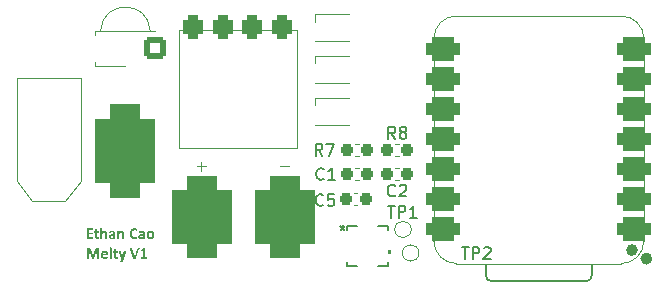
<source format=gbr>
%TF.GenerationSoftware,KiCad,Pcbnew,8.0.4*%
%TF.CreationDate,2025-03-19T01:09:58-05:00*%
%TF.ProjectId,Melty,4d656c74-792e-46b6-9963-61645f706362,rev?*%
%TF.SameCoordinates,Original*%
%TF.FileFunction,Legend,Top*%
%TF.FilePolarity,Positive*%
%FSLAX46Y46*%
G04 Gerber Fmt 4.6, Leading zero omitted, Abs format (unit mm)*
G04 Created by KiCad (PCBNEW 8.0.4) date 2025-03-19 01:09:58*
%MOMM*%
%LPD*%
G01*
G04 APERTURE LIST*
G04 Aperture macros list*
%AMRoundRect*
0 Rectangle with rounded corners*
0 $1 Rounding radius*
0 $2 $3 $4 $5 $6 $7 $8 $9 X,Y pos of 4 corners*
0 Add a 4 corners polygon primitive as box body*
4,1,4,$2,$3,$4,$5,$6,$7,$8,$9,$2,$3,0*
0 Add four circle primitives for the rounded corners*
1,1,$1+$1,$2,$3*
1,1,$1+$1,$4,$5*
1,1,$1+$1,$6,$7*
1,1,$1+$1,$8,$9*
0 Add four rect primitives between the rounded corners*
20,1,$1+$1,$2,$3,$4,$5,0*
20,1,$1+$1,$4,$5,$6,$7,0*
20,1,$1+$1,$6,$7,$8,$9,0*
20,1,$1+$1,$8,$9,$2,$3,0*%
G04 Aperture macros list end*
%ADD10C,0.200000*%
%ADD11C,0.150000*%
%ADD12C,0.100000*%
%ADD13C,0.120000*%
%ADD14C,0.152400*%
%ADD15C,0.000000*%
%ADD16C,0.127000*%
%ADD17C,0.504000*%
%ADD18C,1.000000*%
%ADD19R,0.457200X0.355600*%
%ADD20R,0.355600X0.457200*%
%ADD21RoundRect,0.237500X-0.300000X-0.237500X0.300000X-0.237500X0.300000X0.237500X-0.300000X0.237500X0*%
%ADD22RoundRect,0.437500X0.437500X0.562500X-0.437500X0.562500X-0.437500X-0.562500X0.437500X-0.562500X0*%
%ADD23C,3.800000*%
%ADD24RoundRect,1.250000X-1.250000X-2.250000X1.250000X-2.250000X1.250000X2.250000X-1.250000X2.250000X0*%
%ADD25R,0.700000X0.700000*%
%ADD26RoundRect,0.250200X0.649800X0.649800X-0.649800X0.649800X-0.649800X-0.649800X0.649800X-0.649800X0*%
%ADD27C,1.800000*%
%ADD28RoundRect,1.250000X1.250000X-2.750000X1.250000X2.750000X-1.250000X2.750000X-1.250000X-2.750000X0*%
%ADD29R,3.000000X3.000000*%
%ADD30C,3.000000*%
%ADD31RoundRect,0.525400X0.900400X0.525400X-0.900400X0.525400X-0.900400X-0.525400X0.900400X-0.525400X0*%
G04 APERTURE END LIST*
D10*
G36*
X156773796Y-68829658D02*
G01*
X156772086Y-68862875D01*
X156766957Y-68884368D01*
X156758408Y-68896336D01*
X156746929Y-68900000D01*
X156300453Y-68900000D01*
X156262351Y-68886566D01*
X156246964Y-68842847D01*
X156246964Y-68066154D01*
X156262351Y-68022435D01*
X156300453Y-68009002D01*
X156744242Y-68009002D01*
X156755233Y-68012421D01*
X156763538Y-68024389D01*
X156768667Y-68046371D01*
X156770376Y-68080076D01*
X156768667Y-68112561D01*
X156763538Y-68134054D01*
X156755233Y-68146022D01*
X156744242Y-68149685D01*
X156426727Y-68149685D01*
X156426727Y-68368527D01*
X156695394Y-68368527D01*
X156706873Y-68372435D01*
X156715422Y-68384403D01*
X156720551Y-68405896D01*
X156722260Y-68439113D01*
X156720551Y-68472819D01*
X156715422Y-68494068D01*
X156706873Y-68505792D01*
X156695394Y-68509211D01*
X156426727Y-68509211D01*
X156426727Y-68759316D01*
X156746929Y-68759316D01*
X156758408Y-68763224D01*
X156766957Y-68775191D01*
X156772086Y-68796685D01*
X156773796Y-68829658D01*
G37*
G36*
X157261549Y-68820865D02*
G01*
X157257641Y-68866050D01*
X157247627Y-68888032D01*
X157229553Y-68899511D01*
X157201465Y-68908060D01*
X157166294Y-68913677D01*
X157128192Y-68915631D01*
X157077296Y-68911909D01*
X157038799Y-68902442D01*
X156995007Y-68879456D01*
X156976517Y-68862630D01*
X156949715Y-68821052D01*
X156940125Y-68794487D01*
X156930977Y-68746425D01*
X156928401Y-68697034D01*
X156928401Y-68384159D01*
X156855129Y-68384159D01*
X156835101Y-68368039D01*
X156828289Y-68318465D01*
X156828262Y-68313817D01*
X156829972Y-68280111D01*
X156835101Y-68258374D01*
X156843649Y-68246894D01*
X156855617Y-68243475D01*
X156928401Y-68243475D01*
X156928401Y-68101570D01*
X156932065Y-68088625D01*
X156945987Y-68079099D01*
X156972609Y-68073482D01*
X157014375Y-68071528D01*
X157056385Y-68073482D01*
X157082763Y-68079099D01*
X157096685Y-68088625D01*
X157100837Y-68101570D01*
X157100837Y-68243475D01*
X157234193Y-68243475D01*
X157246161Y-68246894D01*
X157254710Y-68258374D01*
X157259839Y-68280111D01*
X157261549Y-68313817D01*
X157256313Y-68363612D01*
X157254710Y-68368039D01*
X157234682Y-68384159D01*
X157100837Y-68384159D01*
X157100837Y-68674075D01*
X157105783Y-68722796D01*
X157116468Y-68749790D01*
X157160821Y-68774333D01*
X157172889Y-68774947D01*
X157197557Y-68772505D01*
X157217096Y-68767131D01*
X157231751Y-68761514D01*
X157242254Y-68759071D01*
X157250069Y-68761514D01*
X157255931Y-68771284D01*
X157259839Y-68790334D01*
X157261549Y-68820865D01*
G37*
G36*
X157968876Y-68872889D02*
G01*
X157964724Y-68884856D01*
X157950802Y-68893161D01*
X157924424Y-68898290D01*
X157882903Y-68900000D01*
X157840648Y-68898290D01*
X157814270Y-68893405D01*
X157800593Y-68885101D01*
X157796441Y-68873133D01*
X157796441Y-68532170D01*
X157793600Y-68483208D01*
X157789846Y-68464026D01*
X157771039Y-68421528D01*
X157739043Y-68393928D01*
X157693370Y-68384159D01*
X157645593Y-68396272D01*
X157626692Y-68407606D01*
X157587923Y-68440785D01*
X157556594Y-68475994D01*
X157556594Y-68873133D01*
X157552442Y-68885101D01*
X157538276Y-68893405D01*
X157511898Y-68898290D01*
X157469888Y-68900000D01*
X157427878Y-68898290D01*
X157401500Y-68893161D01*
X157387578Y-68884612D01*
X157383426Y-68872644D01*
X157383426Y-67975785D01*
X157387578Y-67963572D01*
X157401500Y-67954291D01*
X157427878Y-67948674D01*
X157469888Y-67946475D01*
X157511898Y-67948674D01*
X157538276Y-67954535D01*
X157552442Y-67963817D01*
X157556594Y-67976029D01*
X157556594Y-68314061D01*
X157596031Y-68280274D01*
X157639011Y-68253516D01*
X157647697Y-68249337D01*
X157695019Y-68233217D01*
X157744173Y-68227843D01*
X157795143Y-68231770D01*
X157844236Y-68245875D01*
X157849685Y-68248360D01*
X157892791Y-68275957D01*
X157919050Y-68304047D01*
X157944089Y-68347478D01*
X157957152Y-68386601D01*
X157965567Y-68435248D01*
X157968693Y-68484615D01*
X157968876Y-68501151D01*
X157968876Y-68872889D01*
G37*
G36*
X158437372Y-68229801D02*
G01*
X158486047Y-68236340D01*
X158509385Y-68241765D01*
X158556097Y-68259473D01*
X158593649Y-68284752D01*
X158625102Y-68322430D01*
X158641765Y-68359002D01*
X158653122Y-68408705D01*
X158656849Y-68459208D01*
X158656908Y-68466957D01*
X158656908Y-68874842D01*
X158650069Y-68889986D01*
X158628332Y-68897801D01*
X158584856Y-68900000D01*
X158539672Y-68897557D01*
X158519888Y-68889741D01*
X158514026Y-68874598D01*
X158514026Y-68825750D01*
X158476227Y-68860272D01*
X158433812Y-68887817D01*
X158427808Y-68890963D01*
X158380109Y-68908669D01*
X158331330Y-68915414D01*
X158320341Y-68915631D01*
X158270715Y-68912047D01*
X158230704Y-68902930D01*
X158183917Y-68882284D01*
X158159874Y-68865317D01*
X158126445Y-68827465D01*
X158113468Y-68803524D01*
X158099804Y-68755219D01*
X158097103Y-68717306D01*
X158097796Y-68710711D01*
X158266120Y-68710711D01*
X158279858Y-68757606D01*
X158290544Y-68769330D01*
X158335369Y-68788898D01*
X158358199Y-68790579D01*
X158407485Y-68781368D01*
X158425122Y-68772749D01*
X158465613Y-68741874D01*
X158487159Y-68719993D01*
X158487159Y-68618632D01*
X158421214Y-68618632D01*
X158371656Y-68621261D01*
X158349895Y-68624738D01*
X158302950Y-68641826D01*
X158301779Y-68642568D01*
X158274668Y-68671632D01*
X158266120Y-68710711D01*
X158097796Y-68710711D01*
X158102355Y-68667358D01*
X158118108Y-68624494D01*
X158148230Y-68584583D01*
X158180635Y-68559525D01*
X158227224Y-68537238D01*
X158276304Y-68523246D01*
X158283949Y-68521667D01*
X158333076Y-68514077D01*
X158382998Y-68510196D01*
X158427320Y-68509211D01*
X158487159Y-68509211D01*
X158487159Y-68471109D01*
X158482007Y-68421893D01*
X158481297Y-68419085D01*
X158462002Y-68381960D01*
X158426343Y-68359979D01*
X158377232Y-68352958D01*
X158371144Y-68352896D01*
X158320731Y-68356712D01*
X158293963Y-68362665D01*
X158247435Y-68378419D01*
X158233879Y-68384159D01*
X158190160Y-68405652D01*
X158161828Y-68415422D01*
X158148394Y-68410537D01*
X158138625Y-68396127D01*
X158132763Y-68373412D01*
X158130809Y-68343370D01*
X158134228Y-68308443D01*
X158147173Y-68285240D01*
X158180879Y-68264968D01*
X158227421Y-68249525D01*
X158237299Y-68246894D01*
X158286672Y-68236372D01*
X158307641Y-68233217D01*
X158358701Y-68228478D01*
X158386287Y-68227843D01*
X158437372Y-68229801D01*
G37*
G36*
X159410886Y-68872889D02*
G01*
X159406734Y-68884856D01*
X159392812Y-68893161D01*
X159366434Y-68898290D01*
X159324912Y-68900000D01*
X159282658Y-68898290D01*
X159256280Y-68893405D01*
X159242602Y-68885101D01*
X159238450Y-68873133D01*
X159238450Y-68532170D01*
X159235610Y-68483208D01*
X159231856Y-68464026D01*
X159213049Y-68421528D01*
X159181053Y-68393928D01*
X159135380Y-68384159D01*
X159087603Y-68396272D01*
X159068702Y-68407606D01*
X159029933Y-68440785D01*
X158998604Y-68475994D01*
X158998604Y-68873133D01*
X158994452Y-68885101D01*
X158980286Y-68893405D01*
X158953907Y-68898290D01*
X158911898Y-68900000D01*
X158869888Y-68898290D01*
X158843510Y-68893405D01*
X158829588Y-68884856D01*
X158825436Y-68872889D01*
X158825436Y-68270586D01*
X158828855Y-68258618D01*
X158841067Y-68250314D01*
X158864270Y-68245184D01*
X158899685Y-68243475D01*
X158936078Y-68245184D01*
X158958304Y-68250314D01*
X158969783Y-68258618D01*
X158973203Y-68270341D01*
X158973203Y-68339951D01*
X159008331Y-68304788D01*
X159047114Y-68273933D01*
X159076517Y-68255931D01*
X159123474Y-68236730D01*
X159172020Y-68228282D01*
X159186182Y-68227843D01*
X159237153Y-68231770D01*
X159286246Y-68245875D01*
X159291695Y-68248360D01*
X159334800Y-68275880D01*
X159361060Y-68303803D01*
X159386099Y-68346882D01*
X159399162Y-68385624D01*
X159407955Y-68437220D01*
X159410783Y-68486066D01*
X159410886Y-68498220D01*
X159410886Y-68872889D01*
G37*
G36*
X160518527Y-68754187D02*
G01*
X160517550Y-68782030D01*
X160514375Y-68801814D01*
X160509002Y-68815980D01*
X160498011Y-68831367D01*
X160468702Y-68855547D01*
X160425238Y-68879820D01*
X160415701Y-68884124D01*
X160368443Y-68900517D01*
X160344138Y-68906594D01*
X160294247Y-68914140D01*
X160257431Y-68915631D01*
X160207459Y-68913390D01*
X160155243Y-68905643D01*
X160106509Y-68892362D01*
X160092568Y-68887299D01*
X160044622Y-68864530D01*
X160001871Y-68835182D01*
X159967515Y-68802791D01*
X159934913Y-68760851D01*
X159910183Y-68716964D01*
X159890129Y-68667590D01*
X159888381Y-68662351D01*
X159875157Y-68612770D01*
X159866261Y-68558822D01*
X159861987Y-68507203D01*
X159861025Y-68466224D01*
X159862918Y-68410903D01*
X159868597Y-68358757D01*
X159878061Y-68309787D01*
X159891311Y-68263991D01*
X159910241Y-68216498D01*
X159935714Y-68168985D01*
X159965863Y-68127006D01*
X159975819Y-68115491D01*
X160011831Y-68080778D01*
X160052088Y-68051740D01*
X160096591Y-68028380D01*
X160106001Y-68024389D01*
X160154978Y-68008031D01*
X160206961Y-67997732D01*
X160256315Y-67993643D01*
X160273307Y-67993370D01*
X160322969Y-67996372D01*
X160344626Y-67999720D01*
X160393261Y-68011215D01*
X160408129Y-68016085D01*
X160453415Y-68035418D01*
X160460886Y-68039532D01*
X160493614Y-68062247D01*
X160506315Y-68077878D01*
X160511688Y-68094242D01*
X160514863Y-68117445D01*
X160515840Y-68150418D01*
X160514375Y-68186322D01*
X160509734Y-68210258D01*
X160501430Y-68223691D01*
X160490439Y-68227843D01*
X160464305Y-68215875D01*
X160423272Y-68188764D01*
X160378383Y-68167274D01*
X160363677Y-68161898D01*
X160315077Y-68151403D01*
X160280879Y-68149685D01*
X160230748Y-68155059D01*
X160186357Y-68171179D01*
X160145687Y-68199254D01*
X160115526Y-68232728D01*
X160089942Y-68276936D01*
X160072278Y-68325923D01*
X160071318Y-68329448D01*
X160061514Y-68377866D01*
X160056900Y-68426782D01*
X160056175Y-68457187D01*
X160058080Y-68508300D01*
X160064503Y-68558463D01*
X160072295Y-68592254D01*
X160089018Y-68638262D01*
X160114542Y-68681569D01*
X160118213Y-68686287D01*
X160153579Y-68720165D01*
X160190509Y-68741242D01*
X160238368Y-68755344D01*
X160285519Y-68759316D01*
X160335477Y-68755452D01*
X160368562Y-68747103D01*
X160413947Y-68728062D01*
X160428890Y-68719993D01*
X160470167Y-68693126D01*
X160495080Y-68681158D01*
X160506071Y-68683845D01*
X160512909Y-68694347D01*
X160517062Y-68716329D01*
X160518527Y-68754187D01*
G37*
G36*
X160936465Y-68229801D02*
G01*
X160985140Y-68236340D01*
X161008478Y-68241765D01*
X161055190Y-68259473D01*
X161092742Y-68284752D01*
X161124195Y-68322430D01*
X161140858Y-68359002D01*
X161152215Y-68408705D01*
X161155942Y-68459208D01*
X161156001Y-68466957D01*
X161156001Y-68874842D01*
X161149162Y-68889986D01*
X161127424Y-68897801D01*
X161083949Y-68900000D01*
X161038764Y-68897557D01*
X161018981Y-68889741D01*
X161013119Y-68874598D01*
X161013119Y-68825750D01*
X160975320Y-68860272D01*
X160932905Y-68887817D01*
X160926901Y-68890963D01*
X160879202Y-68908669D01*
X160830422Y-68915414D01*
X160819434Y-68915631D01*
X160769807Y-68912047D01*
X160729797Y-68902930D01*
X160683009Y-68882284D01*
X160658967Y-68865317D01*
X160625537Y-68827465D01*
X160612561Y-68803524D01*
X160598897Y-68755219D01*
X160596196Y-68717306D01*
X160596889Y-68710711D01*
X160765212Y-68710711D01*
X160778951Y-68757606D01*
X160789637Y-68769330D01*
X160834462Y-68788898D01*
X160857292Y-68790579D01*
X160906577Y-68781368D01*
X160924214Y-68772749D01*
X160964706Y-68741874D01*
X160986252Y-68719993D01*
X160986252Y-68618632D01*
X160920307Y-68618632D01*
X160870749Y-68621261D01*
X160848988Y-68624738D01*
X160802043Y-68641826D01*
X160800872Y-68642568D01*
X160773761Y-68671632D01*
X160765212Y-68710711D01*
X160596889Y-68710711D01*
X160601448Y-68667358D01*
X160617201Y-68624494D01*
X160647323Y-68584583D01*
X160679727Y-68559525D01*
X160726317Y-68537238D01*
X160775397Y-68523246D01*
X160783042Y-68521667D01*
X160832169Y-68514077D01*
X160882090Y-68510196D01*
X160926413Y-68509211D01*
X160986252Y-68509211D01*
X160986252Y-68471109D01*
X160981100Y-68421893D01*
X160980390Y-68419085D01*
X160961095Y-68381960D01*
X160925436Y-68359979D01*
X160876325Y-68352958D01*
X160870237Y-68352896D01*
X160819824Y-68356712D01*
X160793056Y-68362665D01*
X160746528Y-68378419D01*
X160732972Y-68384159D01*
X160689253Y-68405652D01*
X160660921Y-68415422D01*
X160647487Y-68410537D01*
X160637718Y-68396127D01*
X160631856Y-68373412D01*
X160629902Y-68343370D01*
X160633321Y-68308443D01*
X160646266Y-68285240D01*
X160679972Y-68264968D01*
X160726513Y-68249525D01*
X160736392Y-68246894D01*
X160785765Y-68236372D01*
X160806734Y-68233217D01*
X160857794Y-68228478D01*
X160885380Y-68227843D01*
X160936465Y-68229801D01*
G37*
G36*
X161672779Y-68230014D02*
G01*
X161722047Y-68237415D01*
X161766120Y-68250069D01*
X161811868Y-68271595D01*
X161853381Y-68302529D01*
X161866259Y-68315526D01*
X161896954Y-68356973D01*
X161918423Y-68402325D01*
X161924877Y-68421528D01*
X161936635Y-68471216D01*
X161942646Y-68521350D01*
X161944173Y-68565631D01*
X161941719Y-68617580D01*
X161934360Y-68666297D01*
X161923412Y-68707780D01*
X161905002Y-68753484D01*
X161878237Y-68797416D01*
X161860886Y-68818667D01*
X161823404Y-68852905D01*
X161778828Y-68880210D01*
X161755861Y-68890474D01*
X161705578Y-68905804D01*
X161654174Y-68913641D01*
X161608339Y-68915631D01*
X161559299Y-68913437D01*
X161510205Y-68905954D01*
X161466189Y-68893161D01*
X161420519Y-68871359D01*
X161378818Y-68840398D01*
X161365806Y-68827459D01*
X161334897Y-68786013D01*
X161313229Y-68740661D01*
X161306699Y-68721458D01*
X161295090Y-68671724D01*
X161289155Y-68621790D01*
X161287648Y-68577843D01*
X161287975Y-68571004D01*
X161465457Y-68571004D01*
X161468126Y-68621090D01*
X161473028Y-68652581D01*
X161488707Y-68701028D01*
X161497452Y-68717306D01*
X161532739Y-68753696D01*
X161543126Y-68759804D01*
X161591621Y-68773749D01*
X161614445Y-68774947D01*
X161663550Y-68768482D01*
X161682588Y-68761270D01*
X161722650Y-68730585D01*
X161729972Y-68721214D01*
X161752320Y-68675830D01*
X161757327Y-68657955D01*
X161765093Y-68607236D01*
X161766364Y-68572958D01*
X161763781Y-68522958D01*
X161759036Y-68491625D01*
X161744449Y-68444976D01*
X161734612Y-68426901D01*
X161700892Y-68391231D01*
X161688939Y-68383914D01*
X161640515Y-68369744D01*
X161617376Y-68368527D01*
X161568932Y-68375107D01*
X161549965Y-68382449D01*
X161509903Y-68413221D01*
X161502581Y-68422749D01*
X161479959Y-68468361D01*
X161474738Y-68486252D01*
X161466762Y-68536761D01*
X161465457Y-68571004D01*
X161287975Y-68571004D01*
X161290130Y-68525865D01*
X161297576Y-68477062D01*
X161308653Y-68435450D01*
X161327326Y-68389517D01*
X161354144Y-68345647D01*
X161371423Y-68324563D01*
X161408982Y-68290523D01*
X161453394Y-68263417D01*
X161476203Y-68253244D01*
X161526338Y-68237766D01*
X161577665Y-68229852D01*
X161623482Y-68227843D01*
X161672779Y-68230014D01*
G37*
G36*
X157282798Y-70551179D02*
G01*
X157278890Y-70563635D01*
X157265212Y-70572428D01*
X157238834Y-70578046D01*
X157197069Y-70580000D01*
X157155547Y-70578046D01*
X157129658Y-70572428D01*
X157115980Y-70563635D01*
X157111828Y-70551179D01*
X157111828Y-69829685D01*
X157110362Y-69829685D01*
X156852686Y-70550446D01*
X156843649Y-70565345D01*
X156826796Y-70574626D01*
X156799685Y-70579023D01*
X156760118Y-70580000D01*
X156720062Y-70578290D01*
X156692951Y-70572916D01*
X156676099Y-70563635D01*
X156668039Y-70550446D01*
X156419399Y-69829685D01*
X156417934Y-69829685D01*
X156417934Y-70551179D01*
X156414026Y-70563635D01*
X156400104Y-70572428D01*
X156373726Y-70578046D01*
X156332205Y-70580000D01*
X156290683Y-70578046D01*
X156264305Y-70572428D01*
X156250628Y-70563635D01*
X156246964Y-70551179D01*
X156246964Y-69761053D01*
X156260179Y-69713764D01*
X156265526Y-69707564D01*
X156311064Y-69689074D01*
X156314863Y-69689002D01*
X156433077Y-69689002D01*
X156483004Y-69693214D01*
X156487299Y-69694131D01*
X156526378Y-69711228D01*
X156553977Y-69742735D01*
X156572751Y-69789303D01*
X156573272Y-69791095D01*
X156765491Y-70319637D01*
X156768178Y-70319637D01*
X156967480Y-69792561D01*
X156985713Y-69746464D01*
X156987020Y-69743956D01*
X157011688Y-69711716D01*
X157045150Y-69694131D01*
X157089846Y-69689002D01*
X157211235Y-69689002D01*
X157243230Y-69693886D01*
X157265212Y-69707808D01*
X157278157Y-69730523D01*
X157282798Y-69761053D01*
X157282798Y-70551179D01*
G37*
G36*
X157786840Y-69910527D02*
G01*
X157835589Y-69919578D01*
X157868004Y-69930558D01*
X157912089Y-69953799D01*
X157950918Y-69986171D01*
X157957641Y-69993572D01*
X157986481Y-70034627D01*
X158007057Y-70082230D01*
X158009176Y-70089071D01*
X158020530Y-70139194D01*
X158025379Y-70189001D01*
X158025785Y-70208995D01*
X158025785Y-70236594D01*
X158011618Y-70283489D01*
X157972784Y-70298632D01*
X157599825Y-70298632D01*
X157604212Y-70349353D01*
X157609106Y-70370195D01*
X157630317Y-70414374D01*
X157638660Y-70424661D01*
X157679341Y-70454081D01*
X157690928Y-70458855D01*
X157740809Y-70469434D01*
X157767376Y-70470579D01*
X157817362Y-70467996D01*
X157846999Y-70463251D01*
X157895144Y-70450908D01*
X157906594Y-70447131D01*
X157948115Y-70431011D01*
X157974982Y-70423684D01*
X157985240Y-70426127D01*
X157992079Y-70434431D01*
X157995987Y-70451528D01*
X157996964Y-70479127D01*
X157996231Y-70504284D01*
X157994033Y-70522114D01*
X157990125Y-70534570D01*
X157982798Y-70544096D01*
X157958374Y-70557529D01*
X157911404Y-70573801D01*
X157907571Y-70574870D01*
X157858538Y-70585672D01*
X157836741Y-70589281D01*
X157787570Y-70594583D01*
X157751744Y-70595631D01*
X157702585Y-70593627D01*
X157653084Y-70586795D01*
X157608374Y-70575115D01*
X157561869Y-70554978D01*
X157519180Y-70525540D01*
X157505792Y-70513077D01*
X157473695Y-70472371D01*
X157451090Y-70427122D01*
X157444242Y-70407808D01*
X157431889Y-70356941D01*
X157425574Y-70304942D01*
X157423970Y-70258576D01*
X157426045Y-70209317D01*
X157428860Y-70189211D01*
X157599825Y-70189211D01*
X157858234Y-70189211D01*
X157855028Y-70138870D01*
X157839481Y-70091339D01*
X157828925Y-70074661D01*
X157789174Y-70043337D01*
X157740468Y-70033059D01*
X157732449Y-70032896D01*
X157682893Y-70041763D01*
X157675052Y-70045352D01*
X157636555Y-70075978D01*
X157634508Y-70078569D01*
X157611508Y-70122859D01*
X157609839Y-70128150D01*
X157600624Y-70177167D01*
X157599825Y-70189211D01*
X157428860Y-70189211D01*
X157433121Y-70158769D01*
X157445219Y-70112030D01*
X157463870Y-70065754D01*
X157490198Y-70021978D01*
X157507013Y-70001144D01*
X157542857Y-69967780D01*
X157584506Y-69941511D01*
X157605687Y-69931779D01*
X157655336Y-69916281D01*
X157705459Y-69908989D01*
X157736601Y-69907843D01*
X157786840Y-69910527D01*
G37*
G36*
X158337194Y-70552644D02*
G01*
X158333042Y-70564612D01*
X158318876Y-70573161D01*
X158292498Y-70578290D01*
X158250488Y-70580000D01*
X158208478Y-70578290D01*
X158182100Y-70573161D01*
X158168178Y-70564612D01*
X158164026Y-70552644D01*
X158164026Y-69655785D01*
X158168178Y-69643572D01*
X158182100Y-69634291D01*
X158208478Y-69628674D01*
X158250488Y-69626475D01*
X158292498Y-69628674D01*
X158318876Y-69634291D01*
X158333042Y-69643572D01*
X158337194Y-69655785D01*
X158337194Y-70552644D01*
G37*
G36*
X158870621Y-70500865D02*
G01*
X158866713Y-70546050D01*
X158856699Y-70568032D01*
X158838625Y-70579511D01*
X158810537Y-70588060D01*
X158775366Y-70593677D01*
X158737264Y-70595631D01*
X158686368Y-70591909D01*
X158647871Y-70582442D01*
X158604078Y-70559456D01*
X158585589Y-70542630D01*
X158558787Y-70501052D01*
X158549197Y-70474487D01*
X158540049Y-70426425D01*
X158537473Y-70377034D01*
X158537473Y-70064159D01*
X158464200Y-70064159D01*
X158444173Y-70048039D01*
X158437360Y-69998465D01*
X158437334Y-69993817D01*
X158439043Y-69960111D01*
X158444173Y-69938374D01*
X158452721Y-69926894D01*
X158464689Y-69923475D01*
X158537473Y-69923475D01*
X158537473Y-69781570D01*
X158541137Y-69768625D01*
X158555059Y-69759099D01*
X158581681Y-69753482D01*
X158623447Y-69751528D01*
X158665457Y-69753482D01*
X158691835Y-69759099D01*
X158705757Y-69768625D01*
X158709909Y-69781570D01*
X158709909Y-69923475D01*
X158843265Y-69923475D01*
X158855233Y-69926894D01*
X158863782Y-69938374D01*
X158868911Y-69960111D01*
X158870621Y-69993817D01*
X158865385Y-70043612D01*
X158863782Y-70048039D01*
X158843754Y-70064159D01*
X158709909Y-70064159D01*
X158709909Y-70354075D01*
X158714855Y-70402796D01*
X158725540Y-70429790D01*
X158769893Y-70454333D01*
X158781960Y-70454947D01*
X158806629Y-70452505D01*
X158826168Y-70447131D01*
X158840823Y-70441514D01*
X158851325Y-70439071D01*
X158859141Y-70441514D01*
X158865003Y-70451284D01*
X158868911Y-70470334D01*
X158870621Y-70500865D01*
G37*
G36*
X159347627Y-70580000D02*
G01*
X159273621Y-70797620D01*
X159239916Y-70822533D01*
X159190181Y-70829365D01*
X159159560Y-70830104D01*
X159115352Y-70827662D01*
X159090683Y-70819602D01*
X159081891Y-70805924D01*
X159086043Y-70785896D01*
X159167864Y-70580000D01*
X159151500Y-70567543D01*
X159140997Y-70549469D01*
X158929972Y-69992107D01*
X158921179Y-69955959D01*
X158929239Y-69936175D01*
X158957083Y-69926161D01*
X159007089Y-69923477D01*
X159009106Y-69923475D01*
X159055512Y-69924452D01*
X159082379Y-69929581D01*
X159096789Y-69942281D01*
X159106559Y-69966217D01*
X159250907Y-70372149D01*
X159252861Y-70372149D01*
X159384752Y-69958157D01*
X159395254Y-69934710D01*
X159416992Y-69926161D01*
X159467649Y-69923477D01*
X159469993Y-69923475D01*
X159519085Y-69926161D01*
X159547906Y-69936420D01*
X159557187Y-69956448D01*
X159551814Y-69986001D01*
X159347627Y-70580000D01*
G37*
G36*
X160424249Y-70544584D02*
G01*
X160415212Y-70563391D01*
X160397383Y-70574382D01*
X160363677Y-70579023D01*
X160314532Y-70579991D01*
X160308234Y-70580000D01*
X160261095Y-70579755D01*
X160227878Y-70578046D01*
X160205408Y-70573893D01*
X160190997Y-70567055D01*
X160182205Y-70557285D01*
X160176343Y-70542386D01*
X159911828Y-69760076D01*
X159901814Y-69721242D01*
X159908653Y-69699748D01*
X159937718Y-69690711D01*
X159986578Y-69689028D01*
X159995603Y-69689002D01*
X160044940Y-69690467D01*
X160072295Y-69695108D01*
X160085729Y-69705366D01*
X160093056Y-69722463D01*
X160309455Y-70403412D01*
X160310188Y-70403412D01*
X160522435Y-69725882D01*
X160529274Y-69707076D01*
X160543196Y-69695840D01*
X160571772Y-69690467D01*
X160622575Y-69689002D01*
X160671667Y-69691200D01*
X160695847Y-69700969D01*
X160700000Y-69723196D01*
X160689253Y-69761297D01*
X160424249Y-70544584D01*
G37*
G36*
X161360921Y-70510635D02*
G01*
X161358722Y-70543607D01*
X161352861Y-70565101D01*
X161344312Y-70576580D01*
X161333565Y-70580000D01*
X160843126Y-70580000D01*
X160832623Y-70576580D01*
X160824075Y-70565101D01*
X160818213Y-70543607D01*
X160816259Y-70510635D01*
X160817969Y-70477173D01*
X160823342Y-70455191D01*
X160831891Y-70443224D01*
X160843126Y-70439316D01*
X161008478Y-70439316D01*
X161008478Y-69860949D01*
X160865596Y-69939106D01*
X160839706Y-69948387D01*
X160824075Y-69944235D01*
X160816015Y-69924452D01*
X160814061Y-69884884D01*
X160814794Y-69858506D01*
X160818213Y-69840676D01*
X160825540Y-69828464D01*
X160838729Y-69818450D01*
X161029727Y-69697794D01*
X161038276Y-69693398D01*
X161051709Y-69690711D01*
X161073447Y-69689490D01*
X161108129Y-69689002D01*
X161150383Y-69689979D01*
X161174563Y-69693398D01*
X161185554Y-69699993D01*
X161188485Y-69710251D01*
X161188485Y-70439316D01*
X161333321Y-70439316D01*
X161344801Y-70443224D01*
X161353593Y-70455191D01*
X161359211Y-70477173D01*
X161360921Y-70510635D01*
G37*
D11*
X181738095Y-66106819D02*
X182309523Y-66106819D01*
X182023809Y-67106819D02*
X182023809Y-66106819D01*
X182642857Y-67106819D02*
X182642857Y-66106819D01*
X182642857Y-66106819D02*
X183023809Y-66106819D01*
X183023809Y-66106819D02*
X183119047Y-66154438D01*
X183119047Y-66154438D02*
X183166666Y-66202057D01*
X183166666Y-66202057D02*
X183214285Y-66297295D01*
X183214285Y-66297295D02*
X183214285Y-66440152D01*
X183214285Y-66440152D02*
X183166666Y-66535390D01*
X183166666Y-66535390D02*
X183119047Y-66583009D01*
X183119047Y-66583009D02*
X183023809Y-66630628D01*
X183023809Y-66630628D02*
X182642857Y-66630628D01*
X184166666Y-67106819D02*
X183595238Y-67106819D01*
X183880952Y-67106819D02*
X183880952Y-66106819D01*
X183880952Y-66106819D02*
X183785714Y-66249676D01*
X183785714Y-66249676D02*
X183690476Y-66344914D01*
X183690476Y-66344914D02*
X183595238Y-66392533D01*
X177891800Y-67704504D02*
X177891800Y-67942599D01*
X177653705Y-67847361D02*
X177891800Y-67942599D01*
X177891800Y-67942599D02*
X178129895Y-67847361D01*
X177748943Y-68133075D02*
X177891800Y-67942599D01*
X177891800Y-67942599D02*
X178034657Y-68133075D01*
X177891800Y-67704504D02*
X177891800Y-67942599D01*
X177653705Y-67847361D02*
X177891800Y-67942599D01*
X177891800Y-67942599D02*
X178129895Y-67847361D01*
X177748943Y-68133075D02*
X177891800Y-67942599D01*
X177891800Y-67942599D02*
X178034657Y-68133075D01*
X182333333Y-65209580D02*
X182285714Y-65257200D01*
X182285714Y-65257200D02*
X182142857Y-65304819D01*
X182142857Y-65304819D02*
X182047619Y-65304819D01*
X182047619Y-65304819D02*
X181904762Y-65257200D01*
X181904762Y-65257200D02*
X181809524Y-65161961D01*
X181809524Y-65161961D02*
X181761905Y-65066723D01*
X181761905Y-65066723D02*
X181714286Y-64876247D01*
X181714286Y-64876247D02*
X181714286Y-64733390D01*
X181714286Y-64733390D02*
X181761905Y-64542914D01*
X181761905Y-64542914D02*
X181809524Y-64447676D01*
X181809524Y-64447676D02*
X181904762Y-64352438D01*
X181904762Y-64352438D02*
X182047619Y-64304819D01*
X182047619Y-64304819D02*
X182142857Y-64304819D01*
X182142857Y-64304819D02*
X182285714Y-64352438D01*
X182285714Y-64352438D02*
X182333333Y-64400057D01*
X182714286Y-64400057D02*
X182761905Y-64352438D01*
X182761905Y-64352438D02*
X182857143Y-64304819D01*
X182857143Y-64304819D02*
X183095238Y-64304819D01*
X183095238Y-64304819D02*
X183190476Y-64352438D01*
X183190476Y-64352438D02*
X183238095Y-64400057D01*
X183238095Y-64400057D02*
X183285714Y-64495295D01*
X183285714Y-64495295D02*
X183285714Y-64590533D01*
X183285714Y-64590533D02*
X183238095Y-64733390D01*
X183238095Y-64733390D02*
X182666667Y-65304819D01*
X182666667Y-65304819D02*
X183285714Y-65304819D01*
X187988095Y-69604819D02*
X188559523Y-69604819D01*
X188273809Y-70604819D02*
X188273809Y-69604819D01*
X188892857Y-70604819D02*
X188892857Y-69604819D01*
X188892857Y-69604819D02*
X189273809Y-69604819D01*
X189273809Y-69604819D02*
X189369047Y-69652438D01*
X189369047Y-69652438D02*
X189416666Y-69700057D01*
X189416666Y-69700057D02*
X189464285Y-69795295D01*
X189464285Y-69795295D02*
X189464285Y-69938152D01*
X189464285Y-69938152D02*
X189416666Y-70033390D01*
X189416666Y-70033390D02*
X189369047Y-70081009D01*
X189369047Y-70081009D02*
X189273809Y-70128628D01*
X189273809Y-70128628D02*
X188892857Y-70128628D01*
X189845238Y-69700057D02*
X189892857Y-69652438D01*
X189892857Y-69652438D02*
X189988095Y-69604819D01*
X189988095Y-69604819D02*
X190226190Y-69604819D01*
X190226190Y-69604819D02*
X190321428Y-69652438D01*
X190321428Y-69652438D02*
X190369047Y-69700057D01*
X190369047Y-69700057D02*
X190416666Y-69795295D01*
X190416666Y-69795295D02*
X190416666Y-69890533D01*
X190416666Y-69890533D02*
X190369047Y-70033390D01*
X190369047Y-70033390D02*
X189797619Y-70604819D01*
X189797619Y-70604819D02*
X190416666Y-70604819D01*
D12*
X165553884Y-62766466D02*
X166315789Y-62766466D01*
X165934836Y-63147419D02*
X165934836Y-62385514D01*
X172553884Y-62766466D02*
X173315789Y-62766466D01*
D11*
X176233333Y-66009580D02*
X176185714Y-66057200D01*
X176185714Y-66057200D02*
X176042857Y-66104819D01*
X176042857Y-66104819D02*
X175947619Y-66104819D01*
X175947619Y-66104819D02*
X175804762Y-66057200D01*
X175804762Y-66057200D02*
X175709524Y-65961961D01*
X175709524Y-65961961D02*
X175661905Y-65866723D01*
X175661905Y-65866723D02*
X175614286Y-65676247D01*
X175614286Y-65676247D02*
X175614286Y-65533390D01*
X175614286Y-65533390D02*
X175661905Y-65342914D01*
X175661905Y-65342914D02*
X175709524Y-65247676D01*
X175709524Y-65247676D02*
X175804762Y-65152438D01*
X175804762Y-65152438D02*
X175947619Y-65104819D01*
X175947619Y-65104819D02*
X176042857Y-65104819D01*
X176042857Y-65104819D02*
X176185714Y-65152438D01*
X176185714Y-65152438D02*
X176233333Y-65200057D01*
X177138095Y-65104819D02*
X176661905Y-65104819D01*
X176661905Y-65104819D02*
X176614286Y-65581009D01*
X176614286Y-65581009D02*
X176661905Y-65533390D01*
X176661905Y-65533390D02*
X176757143Y-65485771D01*
X176757143Y-65485771D02*
X176995238Y-65485771D01*
X176995238Y-65485771D02*
X177090476Y-65533390D01*
X177090476Y-65533390D02*
X177138095Y-65581009D01*
X177138095Y-65581009D02*
X177185714Y-65676247D01*
X177185714Y-65676247D02*
X177185714Y-65914342D01*
X177185714Y-65914342D02*
X177138095Y-66009580D01*
X177138095Y-66009580D02*
X177090476Y-66057200D01*
X177090476Y-66057200D02*
X176995238Y-66104819D01*
X176995238Y-66104819D02*
X176757143Y-66104819D01*
X176757143Y-66104819D02*
X176661905Y-66057200D01*
X176661905Y-66057200D02*
X176614286Y-66009580D01*
X176283333Y-63809580D02*
X176235714Y-63857200D01*
X176235714Y-63857200D02*
X176092857Y-63904819D01*
X176092857Y-63904819D02*
X175997619Y-63904819D01*
X175997619Y-63904819D02*
X175854762Y-63857200D01*
X175854762Y-63857200D02*
X175759524Y-63761961D01*
X175759524Y-63761961D02*
X175711905Y-63666723D01*
X175711905Y-63666723D02*
X175664286Y-63476247D01*
X175664286Y-63476247D02*
X175664286Y-63333390D01*
X175664286Y-63333390D02*
X175711905Y-63142914D01*
X175711905Y-63142914D02*
X175759524Y-63047676D01*
X175759524Y-63047676D02*
X175854762Y-62952438D01*
X175854762Y-62952438D02*
X175997619Y-62904819D01*
X175997619Y-62904819D02*
X176092857Y-62904819D01*
X176092857Y-62904819D02*
X176235714Y-62952438D01*
X176235714Y-62952438D02*
X176283333Y-63000057D01*
X177235714Y-63904819D02*
X176664286Y-63904819D01*
X176950000Y-63904819D02*
X176950000Y-62904819D01*
X176950000Y-62904819D02*
X176854762Y-63047676D01*
X176854762Y-63047676D02*
X176759524Y-63142914D01*
X176759524Y-63142914D02*
X176664286Y-63190533D01*
X182333333Y-60424819D02*
X182000000Y-59948628D01*
X181761905Y-60424819D02*
X181761905Y-59424819D01*
X181761905Y-59424819D02*
X182142857Y-59424819D01*
X182142857Y-59424819D02*
X182238095Y-59472438D01*
X182238095Y-59472438D02*
X182285714Y-59520057D01*
X182285714Y-59520057D02*
X182333333Y-59615295D01*
X182333333Y-59615295D02*
X182333333Y-59758152D01*
X182333333Y-59758152D02*
X182285714Y-59853390D01*
X182285714Y-59853390D02*
X182238095Y-59901009D01*
X182238095Y-59901009D02*
X182142857Y-59948628D01*
X182142857Y-59948628D02*
X181761905Y-59948628D01*
X182904762Y-59853390D02*
X182809524Y-59805771D01*
X182809524Y-59805771D02*
X182761905Y-59758152D01*
X182761905Y-59758152D02*
X182714286Y-59662914D01*
X182714286Y-59662914D02*
X182714286Y-59615295D01*
X182714286Y-59615295D02*
X182761905Y-59520057D01*
X182761905Y-59520057D02*
X182809524Y-59472438D01*
X182809524Y-59472438D02*
X182904762Y-59424819D01*
X182904762Y-59424819D02*
X183095238Y-59424819D01*
X183095238Y-59424819D02*
X183190476Y-59472438D01*
X183190476Y-59472438D02*
X183238095Y-59520057D01*
X183238095Y-59520057D02*
X183285714Y-59615295D01*
X183285714Y-59615295D02*
X183285714Y-59662914D01*
X183285714Y-59662914D02*
X183238095Y-59758152D01*
X183238095Y-59758152D02*
X183190476Y-59805771D01*
X183190476Y-59805771D02*
X183095238Y-59853390D01*
X183095238Y-59853390D02*
X182904762Y-59853390D01*
X182904762Y-59853390D02*
X182809524Y-59901009D01*
X182809524Y-59901009D02*
X182761905Y-59948628D01*
X182761905Y-59948628D02*
X182714286Y-60043866D01*
X182714286Y-60043866D02*
X182714286Y-60234342D01*
X182714286Y-60234342D02*
X182761905Y-60329580D01*
X182761905Y-60329580D02*
X182809524Y-60377200D01*
X182809524Y-60377200D02*
X182904762Y-60424819D01*
X182904762Y-60424819D02*
X183095238Y-60424819D01*
X183095238Y-60424819D02*
X183190476Y-60377200D01*
X183190476Y-60377200D02*
X183238095Y-60329580D01*
X183238095Y-60329580D02*
X183285714Y-60234342D01*
X183285714Y-60234342D02*
X183285714Y-60043866D01*
X183285714Y-60043866D02*
X183238095Y-59948628D01*
X183238095Y-59948628D02*
X183190476Y-59901009D01*
X183190476Y-59901009D02*
X183095238Y-59853390D01*
X176183333Y-61854819D02*
X175850000Y-61378628D01*
X175611905Y-61854819D02*
X175611905Y-60854819D01*
X175611905Y-60854819D02*
X175992857Y-60854819D01*
X175992857Y-60854819D02*
X176088095Y-60902438D01*
X176088095Y-60902438D02*
X176135714Y-60950057D01*
X176135714Y-60950057D02*
X176183333Y-61045295D01*
X176183333Y-61045295D02*
X176183333Y-61188152D01*
X176183333Y-61188152D02*
X176135714Y-61283390D01*
X176135714Y-61283390D02*
X176088095Y-61331009D01*
X176088095Y-61331009D02*
X175992857Y-61378628D01*
X175992857Y-61378628D02*
X175611905Y-61378628D01*
X176516667Y-60854819D02*
X177183333Y-60854819D01*
X177183333Y-60854819D02*
X176754762Y-61854819D01*
D13*
%TO.C,TP1*%
X183700000Y-68100000D02*
G75*
G02*
X182300000Y-68100000I-700000J0D01*
G01*
X182300000Y-68100000D02*
G75*
G02*
X183700000Y-68100000I700000J0D01*
G01*
D14*
%TO.C,U2*%
X178298200Y-67798200D02*
X178298200Y-68130967D01*
X178298200Y-70869033D02*
X178298200Y-71201800D01*
X178298200Y-71201800D02*
X179131093Y-71201800D01*
X179131093Y-67798200D02*
X178298200Y-67798200D01*
X180868907Y-71201800D02*
X181701800Y-71201800D01*
X181701800Y-67798200D02*
X180868907Y-67798200D01*
X181701800Y-68130967D02*
X181701800Y-67798200D01*
X181701800Y-71201800D02*
X181701800Y-70869033D01*
D15*
G36*
X181981200Y-70190626D02*
G01*
X181727200Y-70190626D01*
X181727200Y-69809626D01*
X181981200Y-69809626D01*
X181981200Y-70190626D01*
G37*
D13*
%TO.C,C2*%
X182353733Y-62890000D02*
X182646267Y-62890000D01*
X182353733Y-63910000D02*
X182646267Y-63910000D01*
%TO.C,TP2*%
X184350000Y-70100000D02*
G75*
G02*
X182950000Y-70100000I-700000J0D01*
G01*
X182950000Y-70100000D02*
G75*
G02*
X184350000Y-70100000I700000J0D01*
G01*
%TO.C,U4*%
D12*
X174000000Y-61250000D02*
X164000000Y-61250000D01*
X164000000Y-51250000D01*
X174000000Y-51250000D01*
X174000000Y-61250000D01*
D13*
%TO.C,D2*%
X175580000Y-53400000D02*
X175580000Y-54050000D01*
X175580000Y-53400000D02*
X178420000Y-53400000D01*
X175580000Y-55700000D02*
X178420000Y-55700000D01*
%TO.C,C5*%
X178853733Y-64990000D02*
X179146267Y-64990000D01*
X178853733Y-66010000D02*
X179146267Y-66010000D01*
%TO.C,D3*%
X175580000Y-56950000D02*
X175580000Y-57600000D01*
X175580000Y-56950000D02*
X178420000Y-56950000D01*
X175580000Y-59250000D02*
X178420000Y-59250000D01*
%TO.C,C1*%
X178953733Y-62890000D02*
X179246267Y-62890000D01*
X178953733Y-63910000D02*
X179246267Y-63910000D01*
%TO.C,U5*%
X156900000Y-51275000D02*
X161990000Y-51275000D01*
X156900000Y-51615000D02*
X156900000Y-51275000D01*
X156900000Y-53935000D02*
X156900000Y-54285000D01*
X156900000Y-54285000D02*
X159500000Y-54285000D01*
X157400000Y-51275000D02*
G75*
G02*
X161599917Y-51273264I2100000J-100000D01*
G01*
%TO.C,R8*%
X182353733Y-60890000D02*
X182646267Y-60890000D01*
X182353733Y-61910000D02*
X182646267Y-61910000D01*
%TO.C,J4*%
X150290000Y-55290000D02*
X155710000Y-55290000D01*
X150290000Y-64010000D02*
X150290000Y-55290000D01*
X151590000Y-65710000D02*
X150290000Y-64010000D01*
X151590000Y-65710000D02*
X154410000Y-65710000D01*
X154410000Y-65710000D02*
X155710000Y-64010000D01*
X155710000Y-64010000D02*
X155710000Y-55290000D01*
%TO.C,R7*%
X178953733Y-60890000D02*
X179246267Y-60890000D01*
X178953733Y-61910000D02*
X179246267Y-61910000D01*
D12*
%TO.C,U1*%
X185616364Y-51940000D02*
X185616364Y-69085000D01*
X187521364Y-70990000D02*
X201491364Y-70990000D01*
D16*
X190002364Y-72000000D02*
X190002364Y-70990000D01*
X198497636Y-72500000D02*
X190502364Y-72500000D01*
X199001364Y-70990000D02*
X198997636Y-72000272D01*
D12*
X201491364Y-50035000D02*
X187521364Y-50035000D01*
X203396364Y-51940000D02*
X203396364Y-69085000D01*
X185616364Y-51940000D02*
G75*
G02*
X187521364Y-50034994I1904996J10D01*
G01*
X187521364Y-70990000D02*
G75*
G02*
X185616360Y-69085000I6J1905010D01*
G01*
D16*
X190502364Y-72500000D02*
G75*
G02*
X190002370Y-72000000I-4J499990D01*
G01*
X198997636Y-72000272D02*
G75*
G02*
X198497636Y-72499999I-500018J291D01*
G01*
D12*
X201491364Y-50035000D02*
G75*
G02*
X203396364Y-51940000I-1J-1905001D01*
G01*
X203396364Y-69089000D02*
G75*
G02*
X201491364Y-70994000I-1905001J1D01*
G01*
D17*
X202641364Y-69851000D02*
G75*
G02*
X202137364Y-69851000I-252000J0D01*
G01*
X202137364Y-69851000D02*
G75*
G02*
X202641364Y-69851000I252000J0D01*
G01*
X203858364Y-70574000D02*
G75*
G02*
X203354364Y-70574000I-252000J0D01*
G01*
X203354364Y-70574000D02*
G75*
G02*
X203858364Y-70574000I252000J0D01*
G01*
D13*
%TO.C,D1*%
X175580000Y-49850000D02*
X175580000Y-50500000D01*
X175580000Y-49850000D02*
X178420000Y-49850000D01*
X175580000Y-52150000D02*
X178420000Y-52150000D01*
%TD*%
%LPC*%
D18*
%TO.C,TP1*%
X183000000Y-68100000D03*
%TD*%
D19*
%TO.C,U2*%
X178704600Y-68499748D03*
X178704600Y-68999874D03*
X178704600Y-69500000D03*
X178704600Y-70000126D03*
X178704600Y-70500252D03*
D20*
X179499874Y-70795400D03*
X180000000Y-70795400D03*
X180500126Y-70795400D03*
D19*
X181295400Y-70500252D03*
X181295400Y-70000126D03*
X181295400Y-69500000D03*
X181295400Y-68999874D03*
X181295400Y-68499748D03*
D20*
X180500126Y-68204600D03*
X180000000Y-68204600D03*
X179499874Y-68204600D03*
%TD*%
D21*
%TO.C,C2*%
X181637500Y-63400000D03*
X183362500Y-63400000D03*
%TD*%
D18*
%TO.C,TP2*%
X183650000Y-70100000D03*
%TD*%
D22*
%TO.C,U4*%
X172750000Y-51000000D03*
X170250000Y-51000000D03*
X167750000Y-51000000D03*
X165250000Y-51000000D03*
%TD*%
D23*
%TO.C,REF\u002A\u002A*%
X153000000Y-52500000D03*
%TD*%
D24*
%TO.C,J3*%
X166000000Y-67025000D03*
X173000000Y-67025000D03*
%TD*%
D23*
%TO.C,REF\u002A\u002A*%
X181500000Y-57200000D03*
%TD*%
D25*
%TO.C,D2*%
X176085000Y-54000000D03*
X176085000Y-55100000D03*
X177915000Y-55100000D03*
X177915000Y-54000000D03*
%TD*%
D21*
%TO.C,C5*%
X178137500Y-65500000D03*
X179862500Y-65500000D03*
%TD*%
D25*
%TO.C,D3*%
X176085000Y-57550000D03*
X176085000Y-58650000D03*
X177915000Y-58650000D03*
X177915000Y-57550000D03*
%TD*%
D23*
%TO.C,REF\u002A\u002A*%
X153000000Y-68500000D03*
%TD*%
D21*
%TO.C,C1*%
X178237500Y-63400000D03*
X179962500Y-63400000D03*
%TD*%
D26*
%TO.C,U5*%
X162040000Y-52775000D03*
D27*
X159500000Y-52775000D03*
X156960000Y-52775000D03*
%TD*%
D21*
%TO.C,R8*%
X181637500Y-61400000D03*
X183362500Y-61400000D03*
%TD*%
D28*
%TO.C,J5*%
X159425000Y-61450000D03*
%TD*%
D29*
%TO.C,J4*%
X153000000Y-63000000D03*
D30*
X153000000Y-58000000D03*
%TD*%
D21*
%TO.C,R7*%
X178237500Y-61400000D03*
X179962500Y-61400000D03*
%TD*%
D31*
%TO.C,U1*%
X202561364Y-68073000D03*
X202561364Y-65533000D03*
X202561364Y-62993000D03*
X202561364Y-60453000D03*
X202561364Y-57913000D03*
X202561364Y-55373000D03*
X202561364Y-52833000D03*
X186396364Y-52833000D03*
X186396364Y-55373000D03*
X186396364Y-57913000D03*
X186396364Y-60453000D03*
X186396364Y-62993000D03*
X186396364Y-65533000D03*
X186396364Y-68073000D03*
%TD*%
D25*
%TO.C,D1*%
X176085000Y-50450000D03*
X176085000Y-51550000D03*
X177915000Y-51550000D03*
X177915000Y-50450000D03*
%TD*%
%LPD*%
M02*

</source>
